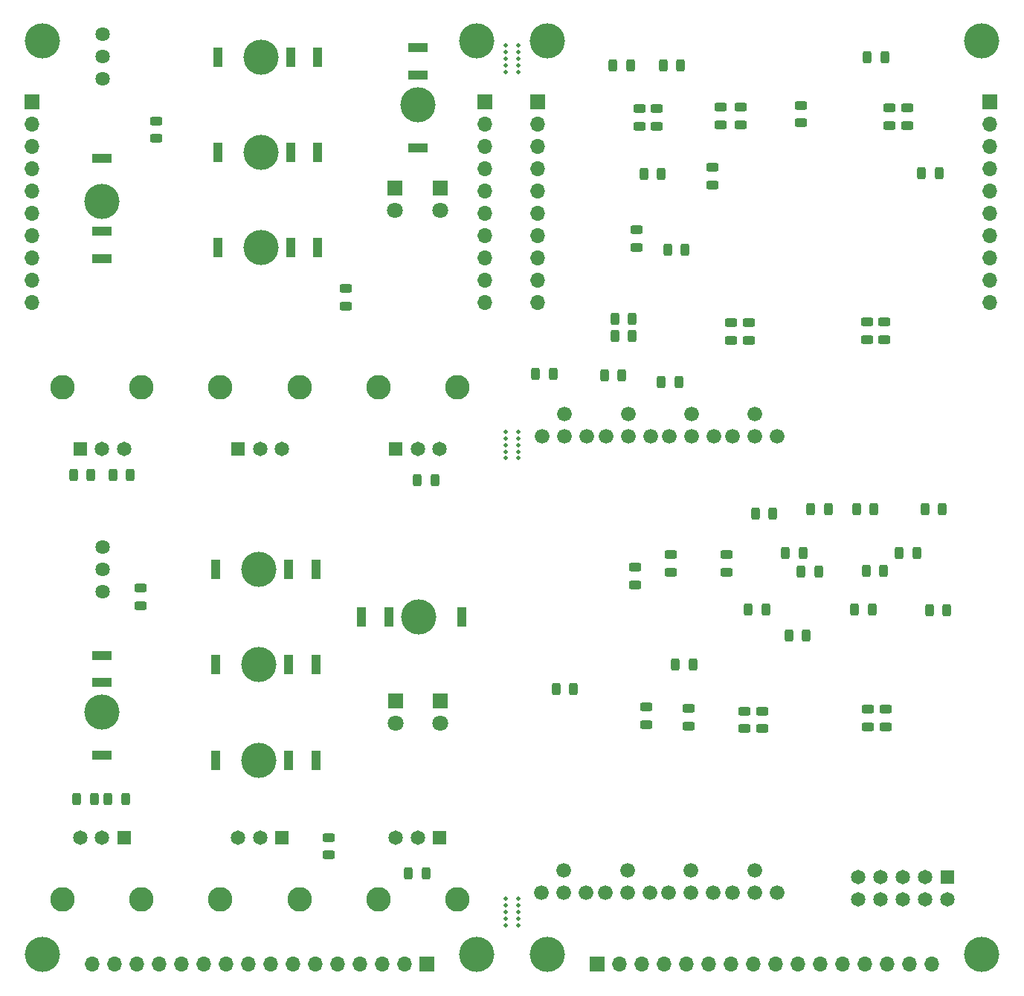
<source format=gbr>
%TF.GenerationSoftware,KiCad,Pcbnew,(5.99.0-10623-gbaf868fce7)*%
%TF.CreationDate,2021-05-29T08:15:44+02:00*%
%TF.ProjectId,voltage_processor,766f6c74-6167-4655-9f70-726f63657373,6*%
%TF.SameCoordinates,Original*%
%TF.FileFunction,Soldermask,Bot*%
%TF.FilePolarity,Negative*%
%FSLAX46Y46*%
G04 Gerber Fmt 4.6, Leading zero omitted, Abs format (unit mm)*
G04 Created by KiCad (PCBNEW (5.99.0-10623-gbaf868fce7)) date 2021-05-29 08:15:44*
%MOMM*%
%LPD*%
G01*
G04 APERTURE LIST*
G04 Aperture macros list*
%AMRoundRect*
0 Rectangle with rounded corners*
0 $1 Rounding radius*
0 $2 $3 $4 $5 $6 $7 $8 $9 X,Y pos of 4 corners*
0 Add a 4 corners polygon primitive as box body*
4,1,4,$2,$3,$4,$5,$6,$7,$8,$9,$2,$3,0*
0 Add four circle primitives for the rounded corners*
1,1,$1+$1,$2,$3*
1,1,$1+$1,$4,$5*
1,1,$1+$1,$6,$7*
1,1,$1+$1,$8,$9*
0 Add four rect primitives between the rounded corners*
20,1,$1+$1,$2,$3,$4,$5,0*
20,1,$1+$1,$4,$5,$6,$7,0*
20,1,$1+$1,$6,$7,$8,$9,0*
20,1,$1+$1,$8,$9,$2,$3,0*%
G04 Aperture macros list end*
%ADD10C,1.676400*%
%ADD11C,4.000000*%
%ADD12R,2.300000X1.100000*%
%ADD13R,1.100000X2.300000*%
%ADD14R,1.648460X1.648460*%
%ADD15C,1.648460*%
%ADD16C,2.794000*%
%ADD17R,1.800000X1.800000*%
%ADD18C,1.800000*%
%ADD19R,1.650000X1.650000*%
%ADD20C,1.650000*%
%ADD21C,0.500000*%
%ADD22C,1.635000*%
%ADD23RoundRect,0.243750X0.456250X-0.243750X0.456250X0.243750X-0.456250X0.243750X-0.456250X-0.243750X0*%
%ADD24RoundRect,0.243750X0.243750X0.456250X-0.243750X0.456250X-0.243750X-0.456250X0.243750X-0.456250X0*%
%ADD25RoundRect,0.243750X-0.456250X0.243750X-0.456250X-0.243750X0.456250X-0.243750X0.456250X0.243750X0*%
%ADD26RoundRect,0.243750X-0.243750X-0.456250X0.243750X-0.456250X0.243750X0.456250X-0.243750X0.456250X0*%
%ADD27R,1.700000X1.700000*%
%ADD28O,1.700000X1.700000*%
G04 APERTURE END LIST*
D10*
%TO.C,ATV_COMP2*%
X155160000Y-143400000D03*
X157700000Y-143400000D03*
X157700000Y-140860000D03*
X160240000Y-143400000D03*
%TD*%
%TO.C,CRSFD2*%
X162393333Y-143400000D03*
X164933333Y-143400000D03*
X164933333Y-140860000D03*
X167473333Y-143400000D03*
%TD*%
D11*
%TO.C,J10*%
X141094949Y-53605000D03*
D12*
X141094949Y-47125000D03*
X141094949Y-50225000D03*
X141094949Y-58525000D03*
%TD*%
D11*
%TO.C,J7*%
X123194949Y-69940000D03*
D13*
X129674949Y-69940000D03*
X126574949Y-69940000D03*
X118274949Y-69940000D03*
%TD*%
D14*
%TO.C,OFFSET2*%
X143569309Y-137167300D03*
D15*
X141069949Y-137167300D03*
X138570589Y-137167300D03*
D16*
X145568289Y-144165000D03*
X136571609Y-144165000D03*
%TD*%
D17*
%TO.C,D6*%
X143594949Y-121565000D03*
D18*
X143594949Y-124105000D03*
%TD*%
D11*
%TO.C,MH8*%
X147810000Y-46400000D03*
%TD*%
D10*
%TO.C,ATV_COMP1*%
X155260000Y-91400000D03*
X157800000Y-91400000D03*
X157800000Y-88860000D03*
X160340000Y-91400000D03*
%TD*%
D11*
%TO.C,J1*%
X105094949Y-122840000D03*
D12*
X105094949Y-116360000D03*
X105094949Y-119460000D03*
X105094949Y-127760000D03*
%TD*%
D14*
%TO.C,OFFSET1*%
X138570589Y-92812700D03*
D15*
X141069949Y-92812700D03*
X143569309Y-92812700D03*
D16*
X136571609Y-85815000D03*
X145568289Y-85815000D03*
%TD*%
D11*
%TO.C,MH7*%
X98290000Y-46400000D03*
%TD*%
D10*
%TO.C,LED1+1*%
X176860000Y-91400000D03*
X179400000Y-91400000D03*
X179400000Y-88860000D03*
X181940000Y-91400000D03*
%TD*%
D19*
%TO.C,J17*%
X201350000Y-141600000D03*
D20*
X201350000Y-144140000D03*
X198810000Y-141600000D03*
X198810000Y-144140000D03*
X196270000Y-141600000D03*
X196270000Y-144140000D03*
X193730000Y-141600000D03*
X193730000Y-144140000D03*
X191190000Y-141600000D03*
X191190000Y-144140000D03*
%TD*%
D10*
%TO.C,LED2+1*%
X176860000Y-143400000D03*
X179400000Y-143400000D03*
X179400000Y-140860000D03*
X181940000Y-143400000D03*
%TD*%
%TO.C,LED2-1*%
X169626666Y-143400000D03*
X172166666Y-140860000D03*
X172166666Y-143400000D03*
X174706666Y-143400000D03*
%TD*%
D21*
%TO.C,mouse-bite-2mm-slot_3*%
X152544949Y-144850000D03*
X151044949Y-144850000D03*
X152544949Y-146350000D03*
X151044949Y-146350000D03*
X151044949Y-145600000D03*
X151044949Y-144100000D03*
X152544949Y-145600000D03*
X152544949Y-144100000D03*
X151044949Y-147100000D03*
X152544949Y-147100000D03*
%TD*%
%TO.C,mouse-bite-2mm-slot_2*%
X152544949Y-90900000D03*
X151044949Y-92400000D03*
X151044949Y-93900000D03*
X152544949Y-93150000D03*
X151044949Y-90900000D03*
X151044949Y-93150000D03*
X151044949Y-91650000D03*
X152544949Y-92400000D03*
X152544949Y-91650000D03*
X152544949Y-93900000D03*
%TD*%
D11*
%TO.C,MH4*%
X205294949Y-150440000D03*
%TD*%
D21*
%TO.C,mouse-bite-2mm-slot_1*%
X152550000Y-49900000D03*
X152550000Y-49150000D03*
X152550000Y-48400000D03*
X151050000Y-46900000D03*
X151050000Y-47650000D03*
X152550000Y-47650000D03*
X151050000Y-49900000D03*
X152550000Y-46900000D03*
X151050000Y-49150000D03*
X151050000Y-48400000D03*
%TD*%
D11*
%TO.C,MH2*%
X155790000Y-46400000D03*
%TD*%
%TO.C,J9*%
X123194949Y-59090000D03*
D13*
X129674949Y-59090000D03*
X126574949Y-59090000D03*
X118274949Y-59090000D03*
%TD*%
D11*
%TO.C,MH5*%
X147800000Y-150450000D03*
%TD*%
D10*
%TO.C,LED1-1*%
X169660000Y-91400000D03*
X172200000Y-91400000D03*
X172200000Y-88860000D03*
X174740000Y-91400000D03*
%TD*%
D17*
%TO.C,D3*%
X138494949Y-63165000D03*
D18*
X138494949Y-65705000D03*
%TD*%
D11*
%TO.C,MH3*%
X205280000Y-46400000D03*
%TD*%
D14*
%TO.C,ATNVRT2*%
X107619309Y-137167300D03*
D15*
X105119949Y-137167300D03*
X102620589Y-137167300D03*
D16*
X109618289Y-144165000D03*
X100621609Y-144165000D03*
%TD*%
D11*
%TO.C,J12*%
X122994949Y-106540000D03*
D13*
X129474949Y-106540000D03*
X126374949Y-106540000D03*
X118074949Y-106540000D03*
%TD*%
D11*
%TO.C,MH6*%
X98300000Y-150460000D03*
%TD*%
D17*
%TO.C,D4*%
X143594949Y-63165000D03*
D18*
X143594949Y-65705000D03*
%TD*%
D11*
%TO.C,J11*%
X122994949Y-128320000D03*
D13*
X129474949Y-128320000D03*
X126374949Y-128320000D03*
X118074949Y-128320000D03*
%TD*%
D22*
%TO.C,S1*%
X105143949Y-104000000D03*
X105143949Y-106540000D03*
X105143949Y-109080000D03*
%TD*%
D14*
%TO.C,ATNVRT1*%
X102620589Y-92812700D03*
D15*
X105119949Y-92812700D03*
X107619309Y-92812700D03*
D16*
X100621609Y-85815000D03*
X109618289Y-85815000D03*
%TD*%
D17*
%TO.C,D5*%
X138524949Y-121565000D03*
D18*
X138524949Y-124105000D03*
%TD*%
D14*
%TO.C,CROSSFADE2*%
X125594309Y-137167300D03*
D15*
X123094949Y-137167300D03*
X120595589Y-137167300D03*
D16*
X127593289Y-144165000D03*
X118596609Y-144165000D03*
%TD*%
D11*
%TO.C,J13*%
X122994949Y-117440000D03*
D13*
X129474949Y-117440000D03*
X126374949Y-117440000D03*
X118074949Y-117440000D03*
%TD*%
D22*
%TO.C,S2*%
X105143949Y-45600000D03*
X105143949Y-48140000D03*
X105143949Y-50680000D03*
%TD*%
D11*
%TO.C,J2*%
X105094949Y-64675000D03*
D12*
X105094949Y-71155000D03*
X105094949Y-68055000D03*
X105094949Y-59755000D03*
%TD*%
D11*
%TO.C,J14*%
X141159949Y-111940000D03*
D13*
X134679949Y-111940000D03*
X137779949Y-111940000D03*
X146079949Y-111940000D03*
%TD*%
D11*
%TO.C,J8*%
X123194949Y-48200000D03*
D13*
X129674949Y-48200000D03*
X126574949Y-48200000D03*
X118274949Y-48200000D03*
%TD*%
D14*
%TO.C,CROSSFADE1*%
X120595589Y-92812700D03*
D15*
X123094949Y-92812700D03*
X125594309Y-92812700D03*
D16*
X118596609Y-85815000D03*
X127593289Y-85815000D03*
%TD*%
D10*
%TO.C,CRSFD1*%
X162460000Y-91400000D03*
X165000000Y-91400000D03*
X165000000Y-88860000D03*
X167540000Y-91400000D03*
%TD*%
D11*
%TO.C,MH1*%
X155800000Y-150450000D03*
%TD*%
D23*
%TO.C,C25*%
X180240000Y-124700000D03*
X180240000Y-122700000D03*
%TD*%
D24*
%TO.C,C8*%
X200400000Y-61400000D03*
X198400000Y-61400000D03*
%TD*%
D25*
%TO.C,C62*%
X194794949Y-53993349D03*
X194794949Y-55993349D03*
%TD*%
D26*
%TO.C,C42*%
X190800000Y-111100000D03*
X192800000Y-111100000D03*
%TD*%
D25*
%TO.C,C66*%
X174600000Y-60800000D03*
X174600000Y-62800000D03*
%TD*%
D23*
%TO.C,C46*%
X178794949Y-80493349D03*
X178794949Y-78493349D03*
%TD*%
%TO.C,C68*%
X192194949Y-80393349D03*
X192194949Y-78393349D03*
%TD*%
D26*
%TO.C,C7*%
X192250000Y-48200000D03*
X194250000Y-48200000D03*
%TD*%
%TO.C,R4*%
X106350000Y-95800000D03*
X108350000Y-95800000D03*
%TD*%
D27*
%TO.C,J5*%
X161494949Y-151500000D03*
D28*
X164034949Y-151500000D03*
X166574949Y-151500000D03*
X169114949Y-151500000D03*
X171654949Y-151500000D03*
X174194949Y-151500000D03*
X176734949Y-151500000D03*
X179274949Y-151500000D03*
X181814949Y-151500000D03*
X184354949Y-151500000D03*
X186894949Y-151500000D03*
X189434949Y-151500000D03*
X191974949Y-151500000D03*
X194514949Y-151500000D03*
X197054949Y-151500000D03*
X199594949Y-151500000D03*
%TD*%
D26*
%TO.C,C56*%
X195900000Y-104700000D03*
X197900000Y-104700000D03*
%TD*%
%TO.C,C43*%
X178700000Y-111100000D03*
X180700000Y-111100000D03*
%TD*%
D28*
%TO.C,J6*%
X97125000Y-76165000D03*
D27*
X97125000Y-53305000D03*
D28*
X97125000Y-55845000D03*
X97125000Y-58385000D03*
X97125000Y-60925000D03*
X97125000Y-63465000D03*
X97125000Y-66005000D03*
X97125000Y-68545000D03*
X97125000Y-71085000D03*
X97125000Y-73625000D03*
%TD*%
D23*
%TO.C,R110*%
X175550000Y-55900000D03*
X175550000Y-53900000D03*
%TD*%
%TO.C,C36*%
X171900000Y-124400000D03*
X171900000Y-122400000D03*
%TD*%
D25*
%TO.C,C23*%
X184694949Y-53693349D03*
X184694949Y-55693349D03*
%TD*%
D26*
%TO.C,C50*%
X183300000Y-114100000D03*
X185300000Y-114100000D03*
%TD*%
D25*
%TO.C,C52*%
X196794949Y-53993349D03*
X196794949Y-55993349D03*
%TD*%
D24*
%TO.C,C21*%
X165500000Y-78000000D03*
X163500000Y-78000000D03*
%TD*%
D23*
%TO.C,R45*%
X130894949Y-139093349D03*
X130894949Y-137093349D03*
%TD*%
D27*
%TO.C,J15*%
X154725000Y-53285000D03*
D28*
X154725000Y-55825000D03*
X154725000Y-58365000D03*
X154725000Y-60905000D03*
X154725000Y-63445000D03*
X154725000Y-65985000D03*
X154725000Y-68525000D03*
X154725000Y-71065000D03*
X154725000Y-73605000D03*
X154725000Y-76145000D03*
%TD*%
D23*
%TO.C,C55*%
X176694949Y-80493349D03*
X176694949Y-78493349D03*
%TD*%
D24*
%TO.C,C22*%
X165500000Y-80000000D03*
X163500000Y-80000000D03*
%TD*%
D25*
%TO.C,C35*%
X169900000Y-104900000D03*
X169900000Y-106900000D03*
%TD*%
%TO.C,R96*%
X132894949Y-74593349D03*
X132894949Y-76593349D03*
%TD*%
D26*
%TO.C,C27*%
X191000000Y-99700000D03*
X193000000Y-99700000D03*
%TD*%
D23*
%TO.C,C20*%
X167040000Y-124250000D03*
X167040000Y-122250000D03*
%TD*%
D25*
%TO.C,R89*%
X109494949Y-108693349D03*
X109494949Y-110693349D03*
%TD*%
D26*
%TO.C,R76*%
X141025000Y-96425000D03*
X143025000Y-96425000D03*
%TD*%
D24*
%TO.C,R2*%
X104250000Y-132725000D03*
X102250000Y-132725000D03*
%TD*%
D25*
%TO.C,C61*%
X192340000Y-122500000D03*
X192340000Y-124500000D03*
%TD*%
D23*
%TO.C,C24*%
X194340000Y-124500000D03*
X194340000Y-122500000D03*
%TD*%
D25*
%TO.C,R104*%
X111294949Y-55493349D03*
X111294949Y-57493349D03*
%TD*%
D27*
%TO.C,J3*%
X142094949Y-151500000D03*
D28*
X139554949Y-151500000D03*
X137014949Y-151500000D03*
X134474949Y-151500000D03*
X131934949Y-151500000D03*
X129394949Y-151500000D03*
X126854949Y-151500000D03*
X124314949Y-151500000D03*
X121774949Y-151500000D03*
X119234949Y-151500000D03*
X116694949Y-151500000D03*
X114154949Y-151500000D03*
X111614949Y-151500000D03*
X109074949Y-151500000D03*
X106534949Y-151500000D03*
X103994949Y-151500000D03*
%TD*%
D25*
%TO.C,C6*%
X176200000Y-104900000D03*
X176200000Y-106900000D03*
%TD*%
D24*
%TO.C,C63*%
X170800000Y-85200000D03*
X168800000Y-85200000D03*
%TD*%
D26*
%TO.C,R42*%
X140000000Y-141200000D03*
X142000000Y-141200000D03*
%TD*%
D24*
%TO.C,C65*%
X170994949Y-49193349D03*
X168994949Y-49193349D03*
%TD*%
D26*
%TO.C,R3*%
X101850000Y-95800000D03*
X103850000Y-95800000D03*
%TD*%
%TO.C,C64*%
X169494949Y-70193349D03*
X171494949Y-70193349D03*
%TD*%
D28*
%TO.C,J16*%
X206225000Y-76145000D03*
D27*
X206225000Y-53285000D03*
D28*
X206225000Y-55825000D03*
X206225000Y-58365000D03*
X206225000Y-60905000D03*
X206225000Y-63445000D03*
X206225000Y-65985000D03*
X206225000Y-68525000D03*
X206225000Y-71065000D03*
X206225000Y-73605000D03*
%TD*%
D25*
%TO.C,C67*%
X194194949Y-78393349D03*
X194194949Y-80393349D03*
%TD*%
%TO.C,C10*%
X166000000Y-67900000D03*
X166000000Y-69900000D03*
%TD*%
%TO.C,C37*%
X177794949Y-53893349D03*
X177794949Y-55893349D03*
%TD*%
D24*
%TO.C,C45*%
X194100000Y-106700000D03*
X192100000Y-106700000D03*
%TD*%
D26*
%TO.C,C59*%
X166794949Y-61493349D03*
X168794949Y-61493349D03*
%TD*%
D25*
%TO.C,C38*%
X168294949Y-54093349D03*
X168294949Y-56093349D03*
%TD*%
D26*
%TO.C,C17*%
X170405051Y-117406651D03*
X172405051Y-117406651D03*
%TD*%
%TO.C,C5*%
X184700000Y-106800000D03*
X186700000Y-106800000D03*
%TD*%
D23*
%TO.C,R107*%
X165800000Y-108300000D03*
X165800000Y-106300000D03*
%TD*%
D26*
%TO.C,C29*%
X179500000Y-100200000D03*
X181500000Y-100200000D03*
%TD*%
%TO.C,C12*%
X163300000Y-49200000D03*
X165300000Y-49200000D03*
%TD*%
D24*
%TO.C,C47*%
X201300000Y-111200000D03*
X199300000Y-111200000D03*
%TD*%
D23*
%TO.C,C18*%
X166294949Y-56093349D03*
X166294949Y-54093349D03*
%TD*%
D25*
%TO.C,C51*%
X178240000Y-122700000D03*
X178240000Y-124700000D03*
%TD*%
D27*
%TO.C,J4*%
X148725000Y-53285000D03*
D28*
X148725000Y-55825000D03*
X148725000Y-58365000D03*
X148725000Y-60905000D03*
X148725000Y-63445000D03*
X148725000Y-65985000D03*
X148725000Y-68525000D03*
X148725000Y-71065000D03*
X148725000Y-73605000D03*
X148725000Y-76145000D03*
%TD*%
D26*
%TO.C,C19*%
X182900000Y-104700000D03*
X184900000Y-104700000D03*
%TD*%
D24*
%TO.C,C48*%
X200800000Y-99700000D03*
X198800000Y-99700000D03*
%TD*%
%TO.C,C49*%
X187800000Y-99700000D03*
X185800000Y-99700000D03*
%TD*%
%TO.C,R1*%
X107800000Y-132725000D03*
X105800000Y-132725000D03*
%TD*%
D26*
%TO.C,C58*%
X162294949Y-84493349D03*
X164294949Y-84493349D03*
%TD*%
%TO.C,C54*%
X156800000Y-120200000D03*
X158800000Y-120200000D03*
%TD*%
%TO.C,C70*%
X154500000Y-84300000D03*
X156500000Y-84300000D03*
%TD*%
M02*

</source>
